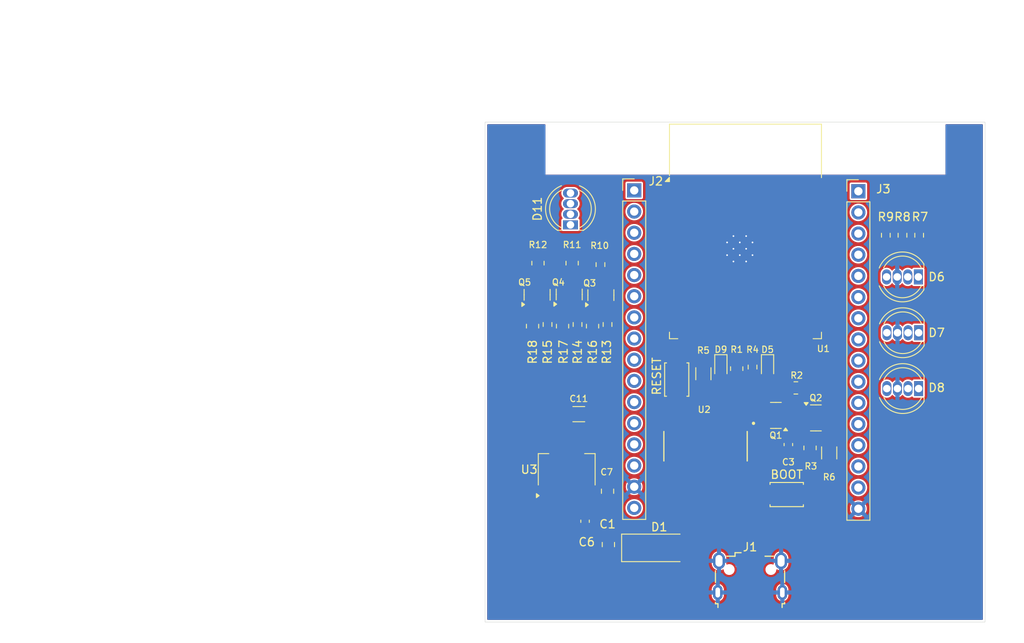
<source format=kicad_pcb>
(kicad_pcb (version 20241229) (generator "pcbnew") (generator_version "9.0")
  (layers (0 "F.Cu" signal) (2 "B.Cu" signal) (13 "F.Paste" user) (15 "B.Paste" user) (5 "F.SilkS" user "F.Silkscreen") (7 "B.SilkS" user "B.Silkscreen") (1 "F.Mask" user) (3 "B.Mask" user) (25 "Edge.Cuts" user))
  (net 0 "")
  (net 1 "GND")
  (net 2 "ESP_IO0")
  (net 3 "ESP_EN")
  (net 4 "+3V3")
  (net 5 "Net-(Q4-G)")
  (net 6 "Net-(Q3-G)")
  (net 7 "Net-(Q5-G)")
  (net 8 "Net-(D9-A)")
  (net 9 "Net-(D11-BK)")
  (net 10 "Net-(Q5-D)")
  (net 11 "Net-(Q4-D)")
  (net 12 "Net-(D11-GK)")
  (net 13 "RTS")
  (net 14 "Net-(Q2-B)")
  (net 15 "DTR")
  (net 16 "Net-(Q1-B)")
  (net 17 "Net-(D11-RK)")
  (net 18 "Net-(Q3-D)")
  (net 19 "ESP_IO23")
  (net 20 "ESP_IO25")
  (net 21 "ESP_IO22")
  (net 22 "ESP_IO2")
  (net 23 "Net-(D5-A)")
  (net 24 "ESP_IO21")
  (net 25 "RGB_BLUE")
  (net 26 "RGB_GREEN")
  (net 27 "ESP_IO19")
  (net 28 "ESP_IO18")
  (net 29 "RGB_RED")
  (net 32 "ESP_IO12")
  (net 33 "ESP_IO27")
  (net 34 "ESP_SVN")
  (net 36 "ESP_IO4")
  (net 38 "ESP_SVP")
  (net 40 "ESP_U0RX")
  (net 41 "ESP_IO26")
  (net 42 "ESP_IO5")
  (net 43 "ESP_U0TX")
  (net 44 "ESP_IO17")
  (net 45 "ESP_IO35")
  (net 46 "ESP_IO16")
  (net 47 "ESP_IO34")
  (net 48 "ESP_IO32")
  (net 49 "ESP_IO33")
  (net 50 "ESP_IO15")
  (net 53 "ESP_IO14")
  (net 54 "ESP_IO13")
  (net 55 "+5V")
  (net 56 "UD-")
  (net 57 "UD+")
  (net 58 "Net-(D1-A)")
  (footprint "Resistor_SMD:R_0805_2012Metric" (layer "F.Cu") (at 143.5 112.6 90)
    (property "Reference" "R3" (at -2.2 0.1 180) (layer "F.SilkS") (effects (font (size 0.762 0.762) (thickness 0.127) (bold yes))))
    (property "Value" "10k Ohm")
    (pad "1" smd roundrect (at -0.9125 0 90) (size 1.025 1.4) (layers "F.Cu" "F.Mask" "F.Paste") (roundrect_rratio 0.243902) (net 13 "RTS"))
    (pad "2" smd roundrect (at 0.9125 0 90) (size 1.025 1.4) (layers "F.Cu" "F.Mask" "F.Paste") (roundrect_rratio 0.243902) (net 14 "Net-(Q2-B)"))
  )
  (footprint "Capacitor_SMD:C_0805_2012Metric" (layer "F.Cu") (at 119.2 117.8 90)
    (property "Reference" "C7" (at 2.3 -0.1 180) (layer "F.SilkS") (effects (font (size 0.762 0.762) (thickness 0.127) (bold yes))))
    (property "Value" "10uF, 10v")
    (pad "1" smd roundrect (at -0.95 0 90) (size 1 1.45) (layers "F.Cu" "F.Mask" "F.Paste") (net 55 "+5V"))
    (pad "2" smd roundrect (at 0.95 0 90) (size 1 1.45) (layers "F.Cu" "F.Mask" "F.Paste") (net 1 "GND"))
  )
  (footprint "Resistor_SMD:R_0805_2012Metric" (layer "F.Cu") (at 141.8 105.4 180)
    (property "Reference" "R2" (at -0.1 1.5 0) (layer "F.SilkS") (effects (font (size 0.762 0.762) (thickness 0.127) (bold yes))))
    (property "Value" "10k Ohm")
    (pad "1" smd roundrect (at -0.9125 0 180) (size 1.025 1.4) (layers "F.Cu" "F.Mask" "F.Paste") (roundrect_rratio 0.243902) (net 15 "DTR"))
    (pad "2" smd roundrect (at 0.9125 0 180) (size 1.025 1.4) (layers "F.Cu" "F.Mask" "F.Paste") (roundrect_rratio 0.243902) (net 16 "Net-(Q1-B)"))
  )
  (footprint "LED_SMD:LED_0603_1608Metric" (layer "F.Cu") (at 138.4 102.9 -90)
    (property "Reference" "D5" (at -2.1 0 180) (layer "F.SilkS") (effects (font (size 0.762 0.762) (thickness 0.127) (bold yes))))
    (property "Value" "Blue LED")
    (pad "1" smd roundrect (at -0.7875 0 270) (size 0.875 0.95) (layers "F.Cu" "F.Mask" "F.Paste") (net 1 "GND"))
    (pad "2" smd roundrect (at 0.7875 0 270) (size 0.875 0.95) (layers "F.Cu" "F.Mask" "F.Paste") (net 23 "Net-(D5-A)"))
  )
  (footprint "Capacitor_SMD:C_1206_3216Metric" (layer "F.Cu") (at 115.75 108.55)
    (property "Reference" "C11" (at 0 -1.85 0) (layer "F.SilkS") (effects (font (size 0.762 0.762) (thickness 0.127) (bold yes))))
    (property "Value" "22uF, 6.3v+, tantlum")
    (pad "1" smd roundrect (at -1.475 0) (size 1.15 1.8) (layers "F.Cu" "F.Mask" "F.Paste") (roundrect_rratio 0.217391) (net 4 "+3V3"))
    (pad "2" smd roundrect (at 1.475 0) (size 1.15 1.8) (layers "F.Cu" "F.Mask" "F.Paste") (roundrect_rratio 0.217391) (net 1 "GND"))
  )
  (footprint "Capacitor_SMD:C_0805_2012Metric" (layer "F.Cu") (at 119.3 124.2 -90)
    (property "Reference" "C1" (at -2.45 0.1 180) (layer "F.SilkS"))
    (property "Value" "10uF/25V")
    (pad "1" smd roundrect (at -0.95 0 270) (size 1 1.45) (layers "F.Cu" "F.Mask" "F.Paste") (net 1 "GND"))
    (pad "2" smd roundrect (at 0.95 0 270) (size 1 1.45) (layers "F.Cu" "F.Mask" "F.Paste") (net 55 "+5V"))
  )
  (footprint "LED_THT:LED_D5.0mm-4_RGB" (layer "F.Cu") (at 114.75 85.8325 90)
    (property "Reference" "D11" (at 1.905 -3.96 90) (layer "F.SilkS"))
    (property "Value" "LED_BGAR")
    (pad "1" thru_hole rect (at 0 0 90) (size 1.07 1.8) (drill 0.9) (layers "*.Cu" "*.Mask") (net 9 "Net-(D11-BK)"))
    (pad "2" thru_hole oval (at 1.27 0 90) (size 1.07 1.8) (drill 0.9) (layers "*.Cu" "*.Mask") (net 12 "Net-(D11-GK)"))
    (pad "3" thru_hole oval (at 2.54 0 90) (size 1.07 1.8) (drill 0.9) (layers "*.Cu" "*.Mask") (net 55 "+5V"))
    (pad "4" thru_hole oval (at 3.81 0 90) (size 1.07 1.8) (drill 0.9) (layers "*.Cu" "*.Mask") (net 17 "Net-(D11-RK)"))
  )
  (footprint "RF_Module:ESP32-WROOM-32" (layer "F.Cu") (at 135.75 89.615)
    (property "Reference" "U1" (at 9.35 11.085 180) (layer "F.SilkS") (effects (font (size 0.762 0.762) (thickness 0.127) (bold yes))))
    (property "Value" "ESP32-WROOM-32")
    (pad "1" smd rect (at -8.75 -8.25) (size 1.5 0.9) (layers "F.Cu" "F.Mask" "F.Paste") (net 1 "GND"))
    (pad "2" smd rect (at -8.75 -6.98) (size 1.5 0.9) (layers "F.Cu" "F.Mask" "F.Paste") (net 4 "+3V3"))
    (pad "3" smd rect (at -8.75 -5.71) (size 1.5 0.9) (layers "F.Cu" "F.Mask" "F.Paste") (net 3 "ESP_EN"))
    (pad "4" smd rect (at -8.75 -4.44) (size 1.5 0.9) (layers "F.Cu" "F.Mask" "F.Paste") (net 38 "ESP_SVP"))
    (pad "5" smd rect (at -8.75 -3.17) (size 1.5 0.9) (layers "F.Cu" "F.Mask" "F.Paste") (net 34 "ESP_SVN"))
    (pad "6" smd rect (at -8.75 -1.9) (size 1.5 0.9) (layers "F.Cu" "F.Mask" "F.Paste") (net 47 "ESP_IO34"))
    (pad "7" smd rect (at -8.75 -0.63) (size 1.5 0.9) (layers "F.Cu" "F.Mask" "F.Paste") (net 45 "ESP_IO35"))
    (pad "8" smd rect (at -8.75 0.64) (size 1.5 0.9) (layers "F.Cu" "F.Mask" "F.Paste") (net 48 "ESP_IO32"))
    (pad "9" smd rect (at -8.75 1.91) (size 1.5 0.9) (layers "F.Cu" "F.Mask" "F.Paste") (net 49 "ESP_IO33"))
    (pad "10" smd rect (at -8.75 3.18) (size 1.5 0.9) (layers "F.Cu" "F.Mask" "F.Paste") (net 20 "ESP_IO25"))
    (pad "11" smd rect (at -8.75 4.45) (size 1.5 0.9) (layers "F.Cu" "F.Mask" "F.Paste") (net 41 "ESP_IO26"))
    (pad "12" smd rect (at -8.75 5.72) (size 1.5 0.9) (layers "F.Cu" "F.Mask" "F.Paste") (net 33 "ESP_IO27"))
    (pad "13" smd rect (at -8.75 6.99) (size 1.5 0.9) (layers "F.Cu" "F.Mask" "F.Paste") (net 53 "ESP_IO14"))
    (pad "14" smd rect (at -8.75 8.26) (size 1.5 0.9) (layers "F.Cu" "F.Mask" "F.Paste") (net 32 "ESP_IO12"))
    (pad "15" smd rect (at -5.71 9.51 90) (size 1.5 0.9) (layers "F.Cu" "F.Mask" "F.Paste") (net 1 "GND"))
    (pad "16" smd rect (at -4.44 9.51 90) (size 1.5 0.9) (layers "F.Cu" "F.Mask" "F.Paste") (net 54 "ESP_IO13"))
    (pad "17" smd rect (at -3.17 9.51 90) (size 1.5 0.9) (layers "F.Cu" "F.Mask" "F.Paste"))
    (pad "18" smd rect (at -1.9 9.51 90) (size 1.5 0.9) (layers "F.Cu" "F.Mask" "F.Paste"))
    (pad "19" smd rect (at -0.63 9.51 90) (size 1.5 0.9) (layers "F.Cu" "F.Mask" "F.Paste"))
    (pad "20" smd rect (at 0.64 9.51 90) (size 1.5 0.9) (layers "F.Cu" "F.Mask" "F.Paste"))
    (pad "21" smd rect (at 1.91 9.51 90) (size 1.5 0.9) (layers "F.Cu" "F.Mask" "F.Paste"))
    (pad "22" smd rect (at 3.18 9.51 90) (size 1.5 0.9) (layers "F.Cu" "F.Mask" "F.Paste"))
    (pad "23" smd rect (at 4.45 9.51 90) (size 1.5 0.9) (layers "F.Cu" "F.Mask" "F.Paste") (net 50 "ESP_IO15"))
    (pad "24" smd rect (at 5.72 9.51 90) (size 1.5 0.9) (layers "F.Cu" "F.Mask" "F.Paste") (net 22 "ESP_IO2"))
    (pad "25" smd rect (at 8.75 8.26) (size 1.5 0.9) (layers "F.Cu" "F.Mask" "F.Paste") (net 2 "ESP_IO0"))
    (pad "26" smd rect (at 8.75 6.99) (size 1.5 0.9) (layers "F.Cu" "F.Mask" "F.Paste") (net 36 "ESP_IO4"))
    (pad "27" smd rect (at 8.75 5.72) (size 1.5 0.9) (layers "F.Cu" "F.Mask" "F.Paste") (net 46 "ESP_IO16"))
    (pad "28" smd rect (at 8.75 4.45) (size 1.5 0.9) (layers "F.Cu" "F.Mask" "F.Paste") (net 44 "ESP_IO17"))
    (pad "29" smd rect (at 8.75 3.18) (size 1.5 0.9) (layers "F.Cu" "F.Mask" "F.Paste") (net 42 "ESP_IO5"))
    (pad "30" smd rect (at 8.75 1.91) (size 1.5 0.9) (layers "F.Cu" "F.Mask" "F.Paste") (net 28 "ESP_IO18"))
    (pad "31" smd rect (at 8.75 0.64) (size 1.5 0.9) (layers "F.Cu" "F.Mask" "F.Paste") (net 27 "ESP_IO19"))
    (pad "32" smd rect (at 8.75 -0.63) (size 1.5 0.9) (layers "F.Cu" "F.Mask" "F.Paste"))
    (pad "33" smd rect (at 8.75 -1.9) (size 1.5 0.9) (layers "F.Cu" "F.Mask" "F.Paste") (net 24 "ESP_IO21"))
    (pad "34" smd rect (at 8.75 -3.17) (size 1.5 0.9) (layers "F.Cu" "F.Mask" "F.Paste") (net 40 "ESP_U0RX"))
    (pad "35" smd rect (at 8.75 -4.44) (size 1.5 0.9) (layers "F.Cu" "F.Mask" "F.Paste") (net 43 "ESP_U0TX"))
    (pad "36" smd rect (at 8.75 -5.71) (size 1.5 0.9) (layers "F.Cu" "F.Mask" "F.Paste") (net 21 "ESP_IO22"))
    (pad "37" smd rect (at 8.75 -6.98) (size 1.5 0.9) (layers "F.Cu" "F.Mask" "F.Paste") (net 19 "ESP_IO23"))
    (pad "38" smd rect (at 8.75 -8.25) (size 1.5 0.9) (layers "F.Cu" "F.Mask" "F.Paste") (net 1 "GND"))
    (pad "39" smd rect (at -2.205 -2.435) (size 1.05 1.05) (layers "F.Cu" "F.Paste") (net 1 "GND"))
    (pad "39" thru_hole circle (at -2.205 -1.6725) (size 0.6 0.6) (drill 0.2) (property pad_prop_heatsink) (layers "*.Cu" "F.Mask") (net 1 "GND"))
    (pad "39" smd rect (at -2.205 -0.91) (size 1.05 1.05) (layers "F.Cu" "F.Paste") (net 1 "GND"))
    (pad "39" thru_hole circle (at -2.205 -0.1475) (size 0.6 0.6) (drill 0.2) (property pad_prop_heatsink) (layers "*.Cu" "F.Mask") (net 1 "GND"))
    (pad "39" smd rect (at -2.205 0.615) (size 1.05 1.05) (layers "F.Cu" "F.Paste") (net 1 "GND"))
    (pad "39" thru_hole circle (at -1.4425 -2.435) (size 0.6 0.6) (drill 0.2) (property pad_prop_heatsink) (layers "*.Cu" "F.Mask") (net 1 "GND"))
    (pad "39" thru_hole circle (at -1.4425 -0.91) (size 0.6 0.6) (drill 0.2) (property pad_prop_heatsink) (layers "*.Cu" "F.Mask") (net 1 "GND"))
    (pad "39" thru_hole circle (at -1.4425 0.615) (size 0.6 0.6) (drill 0.2) (property pad_prop_heatsink) (layers "*.Cu" "F.Mask") (net 1 "GND"))
    (pad "39" smd rect (at -0.68 -2.435) (size 1.05 1.05) (layers "F.Cu" "F.Paste") (net 1 "GND"))
    (pad "39" thru_hole circle (at -0.68 -1.6725) (size 0.6 0.6) (drill 0.2) (property pad_prop_heatsink) (layers "*.Cu" "F.Mask") (net 1 "GND"))
    (pad "39" smd rect (at -0.68 -0.91) (size 1.05 1.05) (layers "F.Cu" "F.Paste") (net 1 "GND"))
    (pad "39" smd rect (at -0.68 -0.91) (size 4.2 4.2) (property pad_prop_heatsink) (layers "F.Cu" "F.Mask") (net 1 "GND"))
    (pad "39" thru_hole circle (at -0.68 -0.1475) (size 0.6 0.6) (drill 0.2) (property pad_prop_heatsink) (layers "*.Cu" "F.Mask") (net 1 "GND"))
    (pad "39" smd rect (at -0.68 0.615) (size 1.05 1.05) (layers "F.Cu" "F.Paste") (net 1 "GND"))
    (pad "39" thru_hole circle (at 0.0825 -2.435) (size 0.6 0.6) (drill 0.2) (property pad_prop_heatsink) (layers "*.Cu" "F.Mask") (net 1 "GND"))
    (pad "39" thru_hole circle (at 0.0825 -0.91) (size 0.6 0.6) (drill 0.2) (property pad_prop_heatsink) (layers "*.Cu" "F.Mask") (net 1 "GND"))
    (pad "39" thru_hole circle (at 0.0825 0.615) (size 0.6 0.6) (drill 0.2) (property pad_prop_heatsink) (layers "*.Cu" "F.Mask") (net 1 "GND"))
    (pad "39" smd rect (at 0.845 -2.435) (size 1.05 1.05) (layers "F.Cu" "F.Paste") (net 1 "GND"))
    (pad "39" thru_hole circle (at 0.845 -1.6725) (size 0.6 0.6) (drill 0.2) (property pad_prop_heatsink) (layers "*.Cu" "F.Mask") (net 1 "GND"))
    (pad "39" smd rect (at 0.845 -0.91) (size 1.05 1.05) (layers "F.Cu" "F.Paste") (net 1 "GND"))
    (pad "39" thru_hole circle (at 0.845 -0.1475) (size 0.6 0.6) (drill 0.2) (property pad_prop_heatsink) (layers "*.Cu" "F.Mask") (net 1 "GND"))
    (pad "39" smd rect (at 0.845 0.615) (size 1.05 1.05) (layers "F.Cu" "F.Paste") (net 1 "GND"))
    (zone (net 0) (net_name "") (layers "F.Cu" "B.Cu") (connect_pads (clearance 0)) (min_thickness 0.254)
      (keepout (tracks not_allowed) (vias not_allowed) (pads not_allowed) (copperpour not_allowed) (footprints not_allowed))
      (fill (thermal_gap 0.508) (thermal_bridge_width 0.508))
      (polygon (pts (xy 111.75 79.815) (xy 159.75 79.815) (xy 159.75 58.875) (xy 111.75 58.875)))
    )
  )
  (footprint "Resistor_SMD:R_0603_1608Metric" (layer "F.Cu") (at 154.595 87.08 -90)
    (property "Reference" "R8" (at -2.2 0 180) (layer "F.SilkS"))
    (property "Value" "220 Ohm, 1/4 Watt")
    (pad "1" smd roundrect (at -0.825 0 270) (size 0.8 0.95) (layers "F.Cu" "F.Mask" "F.Paste") (net 27 "ESP_IO19"))
    (pad "2" smd roundrect (at 0.825 0 270) (size 0.8 0.95) (layers "F.Cu" "F.Mask" "F.Paste") (net 26 "RGB_GREEN"))
  )
  (footprint "Resistor_SMD:R_0805_2012Metric" (layer "F.Cu") (at 110.85 90.4275 90)
    (property "Reference" "R12" (at 2.2 0 180) (layer "F.SilkS") (effects (font (size 0.762 0.762) (thickness 0.127) (bold yes))))
    (property "Value" "130 Ohm")
    (pad "1" smd roundrect (at -0.9125 0 90) (size 1.025 1.4) (layers "F.Cu" "F.Mask" "F.Paste") (roundrect_rratio 0.243902) (net 10 "Net-(Q5-D)"))
    (pad "2" smd roundrect (at 0.9125 0 90) (size 1.025 1.4) (layers "F.Cu" "F.Mask" "F.Paste") (roundrect_rratio 0.243902) (net 9 "Net-(D11-BK)"))
  )
  (footprint "Resistor_SMD:R_0603_1608Metric" (layer "F.Cu") (at 119.2 97.79 -90)
    (property "Reference" "R13" (at 3.3 0.1 90) (layer "F.SilkS"))
    (property "Value" "220 Ohm")
    (pad "1" smd roundrect (at -0.825 0 270) (size 0.8 0.95) (layers "F.Cu" "F.Mask" "F.Paste") (net 6 "Net-(Q3-G)"))
    (pad "2" smd roundrect (at 0.825 0 270) (size 0.8 0.95) (layers "F.Cu" "F.Mask" "F.Paste") (net 20 "ESP_IO25"))
  )
  (footprint "LED_SMD:LED_0603_1608Metric" (layer "F.Cu") (at 132.8 102.9 -90)
    (property "Reference" "D9" (at -2.1125 0 180) (layer "F.SilkS") (effects (font (size 0.762 0.762) (thickness 0.127) (bold yes))))
    (property "Value" "Red Power LED")
    (pad "1" smd roundrect (at -0.7875 0 270) (size 0.875 0.95) (layers "F.Cu" "F.Mask" "F.Paste") (net 1 "GND"))
    (pad "2" smd roundrect (at 0.7875 0 270) (size 0.875 0.95) (layers "F.Cu" "F.Mask" "F.Paste") (net 8 "Net-(D9-A)"))
  )
  (footprint "Resistor_SMD:R_0805_2012Metric" (layer "F.Cu") (at 113.8 97.99 -90)
    (property "Reference" "R17" (at 3.1 -0.1 90) (layer "F.SilkS"))
    (property "Value" "10k Ohm")
    (pad "1" smd roundrect (at -0.9125 0 270) (size 1.025 1.4) (layers "F.Cu" "F.Mask" "F.Paste") (roundrect_rratio 0.243902) (net 5 "Net-(Q4-G)"))
    (pad "2" smd roundrect (at 0.9125 0 270) (size 1.025 1.4) (layers "F.Cu" "F.Mask" "F.Paste") (roundrect_rratio 0.243902) (net 1 "GND"))
  )
  (footprint "Capacitor_SMD:C_0603_1608Metric" (layer "F.Cu") (at 140.9 112.2 -90)
    (property "Reference" "C3" (at 2.1 0 180) (layer "F.SilkS") (effects (font (size 0.762 0.762) (thickness 0.127) (bold yes))))
    (property "Value" "0.1uF")
    (pad "1" smd roundrect (at -0.775 0 270) (size 0.9 0.95) (layers "F.Cu" "F.Mask" "F.Paste") (net 3 "ESP_EN"))
    (pad "2" smd roundrect (at 0.775 0 270) (size 0.9 0.95) (layers "F.Cu" "F.Mask" "F.Paste") (net 1 "GND"))
  )
  (footprint "Capacitor_SMD:C_0603_1608Metric" (layer "F.Cu") (at 116.5 121.4 -90)
    (property "Reference" "C6" (at 2.5 -0.2 180) (layer "F.SilkS"))
    (property "Value" "0.1uF, 10v")
    (pad "1" smd roundrect (at -0.775 0 270) (size 0.9 0.95) (layers "F.Cu" "F.Mask" "F.Paste") (net 55 "+5V"))
    (pad "2" smd roundrect (at 0.775 0 270) (size 0.9 0.95) (layers "F.Cu" "F.Mask" "F.Paste") (net 1 "GND"))
  )
  (footprint "Resistor_SMD:R_0603_1608Metric" (layer "F.Cu") (at 156.595 87.08 -90)
    (property "Reference" "R7" (at -2.2 -0.1 180) (layer "F.SilkS"))
    (property "Value" "220 Ohm, 1/4 Watt")
    (pad "1" smd roundrect (at -0.825 0 270) (size 0.8 0.95) (layers "F.Cu" "F.Mask" "F.Paste") (net 24 "ESP_IO21"))
    (pad "2" smd roundrect (at 0.825 0 270) (size 0.8 0.95) (layers "F.Cu" "F.Mask" "F.Paste") (net 25 "RGB_BLUE"))
  )
  (footprint "LED_THT:LED_D5.0mm-4_RGB" (layer "F.Cu") (at 156.535 98.78 180)
    (property "Reference" "D7" (at -2.16 0 180) (layer "F.SilkS"))
    (property "Value" "LED_BGKR")
    (pad "1" thru_hole rect (at 0 0 180) (size 1.07 1.8) (drill 0.9) (layers "*.Cu" "*.Mask") (net 25 "RGB_BLUE"))
    (pad "2" thru_hole oval (at 1.27 0 180) (size 1.07 1.8) (drill 0.9) (layers "*.Cu" "*.Mask") (net 26 "RGB_GREEN"))
    (pad "3" thru_hole oval (at 2.54 0 180) (size 1.07 1.8) (drill 0.9) (layers "*.Cu" "*.Mask") (net 1 "GND"))
    (pad "4" thru_hole oval (at 3.81 0 180) (size 1.07 1.8) (drill 0.9) (layers "*.Cu" "*.Mask") (net 29 "RGB_RED"))
  )
  (footprint "Package_TO_SOT_SMD:SOT-23" (layer "F.Cu") (at 144.2 109)
    (property "Reference" "Q2" (at 0 -2.4 0) (layer "F.SilkS") (effects (font (size 0.762 0.762) (thickness 0.127) (bold yes))))
    (property "Value" "S8050")
    (pad "1" smd roundrect (at -0.9375 -0.95) (size 1.475 0.6) (layers "F.Cu" "F.Mask" "F.Paste") (net 15 "DTR"))
    (pad "2" smd roundrect (at -0.9375 0.95) (size 1.475 0.6) (layers "F.Cu" "F.Mask" "F.Paste") (net 14 "Net-(Q2-B)"))
    (pad "3" smd roundrect (at 0.9375 0) (size 1.475 0.6) (layers "F.Cu" "F.Mask" "F.Paste") (net 2 "ESP_IO0"))
  )
  (footprint "LED_THT:LED_D5.0mm-4_RGB" (layer "F.Cu") (at 156.53 105.48 180)
    (property "Reference" "D8" (at -2.165 0.1 180) (layer "F.SilkS"))
    (property "Value" "LED_BGKR")
    (pad "1" thru_hole rect (at 0 0 180) (size 1.07 1.8) (drill 0.9) (layers "*.Cu" "*.Mask") (net 25 "RGB_BLUE"))
    (pad "2" thru_hole oval (at 1.27 0 180) (size 1.07 1.8) (drill 0.9) (layers "*.Cu" "*.Mask") (net 26 "RGB_GREEN"))
    (pad "3" thru_hole oval (at 2.54 0 180) (size 1.07 1.8) (drill 0.9) (layers "*.Cu" "*.Mask") (net 1 "GND"))
    (pad "4" thru_hole oval (at 3.81 0 180) (size 1.07 1.8) (drill 0.9) (layers "*.Cu" "*.Mask") (net 29 "RGB_RED"))
  )
  (footprint "Resistor_SMD:R_0805_2012Metric" (layer "F.Cu") (at 114.95 90.4275 -90)
    (property "Reference" "R11" (at -2.2 0 180) (layer "F.SilkS") (effects (font (size 0.762 0.762) (thickness 0.127) (bold yes))))
    (property "Value" "130 Ohm")
    (pad "1" smd roundrect (at -0.9125 0 270) (size 1.025 1.4) (layers "F.Cu" "F.Mask" "F.Paste") (roundrect_rratio 0.243902) (net 11 "Net-(Q4-D)"))
    (pad "2" smd roundrect (at 0.9125 0 270) (size 1.025 1.4) (layers "F.Cu" "F.Mask" "F.Paste") (roundrect_rratio 0.243902) (net 12 "Net-(D11-GK)"))
  )
  (footprint "Resistor_SMD:R_0603_1608Metric" (layer "F.Cu") (at 112 97.79 -90)
    (property "Reference" "R15" (at 3.3 0 90) (layer "F.SilkS"))
    (property "Value" "220 Ohm")
    (pad "1" smd roundrect (at -0.825 0 270) (size 0.8 0.95) (layers "F.Cu" "F.Mask" "F.Paste") (net 7 "Net-(Q5-G)"))
    (pad "2" smd roundrect (at 0.825 0 270) (size 0.8 0.95) (layers "F.Cu" "F.Mask" "F.Paste") (net 33 "ESP_IO27"))
  )
  (footprint "Resistor_SMD:R_0805_2012Metric" (layer "F.Cu") (at 117.4 97.99 -90)
    (property "Reference" "R16" (at 3.1 0 90) (layer "F.SilkS"))
    (property "Value" "10k Ohm")
    (pad "1" smd roundrect (at -0.9125 0 270) (size 1.025 1.4) (layers "F.Cu" "F.Mask" "F.Paste") (roundrect_rratio 0.243902) (net 6 "Net-(Q3-G)"))
    (pad "2" smd roundrect (at 0.9125 0 270) (size 1.025 1.4) (layers "F.Cu" "F.Mask" "F.Paste") (roundrect_rratio 0.243902) (net 1 "GND"))
  )
  (footprint "CH340C:CH340C" (layer "F.Cu") (at 130.96 112.4 -90)
    (property "Reference" "U2" (at -4.4 0.16 180) (layer "F.SilkS") (effects (font (size 0.762 0.762) (thickness 0.127) (bold yes))))
    (property "Value" "CH340C")
    (pad "1" smd roundrect (at -2.75 -4.445 270) (size 1.31 0.62) (layers "F.Cu" "F.Mask" "F.Paste") (roundrect_rratio 0.125) (net 1 "GND"))
    (pad "2" smd roundrect (at -2.75 -3.175 270) (size 1.31 0.62) (layers "F.Cu" "F.Mask" "F.Paste") (roundrect_rratio 0.125) (net 40 "ESP_U0RX"))
    (pad "3" smd roundrect (at -2.75 -1.905 270) (size 1.31 0.62) (layers "F.Cu" "F.Mask" "F.Paste") (roundrect_rratio 0.125) (net 43 "ESP_U0TX"))
    (pad "4" smd roundrect (at -2.75 -0.635 270) (size 1.31 0.62) (layers "F.Cu" "F.Mask" "F.Paste") (roundrect_rratio 0.125) (net 4 "+3V3"))
    (pad "5" smd roundrect (at -2.75 0.635 270) (size 1.31 0.62) (layers "F.Cu" "F.Mask" "F.Paste") (roundrect_rratio 0.125) (net 57 "UD+"))
    (pad "6" smd roundrect (at -2.75 1.905 270) (size 1.31 0.62) (layers "F.Cu" "F.Mask" "F.Paste") (roundrect_rratio 0.125) (net 56 "UD-"))
    (pad "7" smd roundrect (at -2.75 3.175 270) (size 1.31 0.62) (layers "F.Cu" "F.Mask" "F.Paste") (roundrect_rratio 0.125))
    (pad "8" smd roundrect (at -2.75 4.445 270) (size 1.31 0.62) (layers "F.Cu" "F.Mask" "F.Paste") (roundrect_rratio 0.125))
    (pad "9" smd roundrect (at 2.75 4.445 270) (size 1.31 0.62) (layers "F.Cu" "F.Mask" "F.Paste") (roundrect_rratio 0.125))
    (pad "10" smd roundrect (at 2.75 3.175 270) (size 1.31 0.62) (layers "F.Cu" "F.Mask" "F.Paste") (roundrect_rratio 0.125))
    (pad "11" smd roundrect (at 2.75 1.905 270) (size 1.31 0.62) (layers "F.Cu" "F.Mask" "F.Paste") (roundrect_rratio 0.125))
    (pad "12" smd roundrect (at 2.75 0.635 270) (size 1.31 0.62) (layers "F.Cu" "F.Mask" "F.Paste") (roundrect_rratio 0.125))
    (pad "13" smd roundrect (at 2.75 -0.635 270) (size 1.31 0.62) (layers "F.Cu" "F.Mask" "F.Paste") (roundrect_rratio 0.125) (net 15 "DTR"))
    (pad "14" smd roundrect (at 2.75 -1.905 270) (size 1.31 0.62) (layers "F.Cu" "F.Mask" "F.Paste") (roundrect_rratio 0.125) (net 13 "RTS"))
    (pad "15" smd roundrect (at 2.75 -3.175 270) (size 1.31 0.62) (layers "F.Cu" "F.Mask" "F.Paste") (roundrect_rratio 0.125))
    (pad "16" smd roundrect (at 2.75 -4.445 270) (size 1.31 0.62) (layers "F.Cu" "F.Mask" "F.Paste") (roundrect_rratio 0.125) (net 4 "+3V3"))
  )
  (footprint "Connector_PinHeader_2.54mm:PinHeader_1x16_P2.54mm_Vertical" (layer "F.Cu") (at 149.3 81.8)
    (property "Reference" "J3" (at 3 -0.26 0) (layer "F.SilkS"))
    (property "Value" "Conn_01x16_Pin")
    (pad "1" thru_hole rect (at 0 0) (size 1.7 1.7) (drill 1) (layers "*.Cu" "*.Mask") (net 19 "ESP_IO23"))
    (pad "2" thru_hole circle (at 0 2.54) (size 1.7 1.7) (drill 1) (layers "*.Cu" "*.Mask") (net 21 "ESP_IO22"))
    (pad "3" thru_hole circle (at 0 5.08) (size 1.7 1.7) (drill 1) (layers "*.Cu" "*.Mask") (net 43 "ESP_U0TX"))
    (pad "4" thru_hole circle (at 0 7.62) (size 1.7 1.7) (drill 1) (layers "*.Cu" "*.Mask") (net 40 "ESP_U0RX"))
    (pad "5" thru_hole circle (at 0 10.16) (size 1.7 1.7) (drill 1) (layers "*.Cu" "*.Mask") (net 24 "ESP_IO21"))
    (pad "6" thru_hole circle (at 0 12.7) (size 1.7 1.7) (drill 1) (layers "*.Cu" "*.Mask") (net 27 "ESP_IO19"))
    (pad "7" thru_hole circle (at 0 15.24) (size 1.7 1.7) (drill 1) (layers "*.Cu" "*.Mask") (net 28 "ESP_IO18"))
    (pad "8" thru_hole circle (at 0 17.78) (size 1.7 1.7) (drill 1) (layers "*.Cu" "*.Mask") (net 42 "ESP_IO5"))
    (pad "9" thru_hole circle (at 0 20.32) (size 1.7 1.7) (drill 1) (layers "*.Cu" "*.Mask") (net 44 "ESP_IO17"))
    (pad "10" thru_hole circle (at 0 22.86) (size 1.7 1.7) (drill 1) (layers "*.Cu" "*.Mask") (net 46 "ESP_IO16"))
    (pad "11" thru_hole circle (at 0 25.4) (size 1.7 1.7) (drill 1) (layers "*.Cu" "*.Mask") (net 36 "ESP_IO4"))
    (pad "12" thru_hole circle (at 0 27.94) (size 1.7 1.7) (drill 1) (layers "*.Cu" "*.Mask") (net 2 "ESP_IO0"))
    (pad "13" thru_hole circle (at 0 30.48) (size 1.7 1.7) (drill 1) (layers "*.Cu" "*.Mask") (net 22 "ESP_IO2"))
    (pad "14" thru_hole circle (at 0 33.02) (size 1.7 1.7) (drill 1) (layers "*.Cu" "*.Mask") (net 50 "ESP_IO15"))
    (pad "15" thru_hole circle (at 0 35.56) (size 1.7 1.7) (drill 1) (layers "*.Cu" "*.Mask") (net 4 "+3V3"))
    (pad "16" thru_hole circle (at 0 38.1) (size 1.7 1.7) (drill 1) (layers "*.Cu" "*.Mask") (net 1 "GND"))
  )
  (footprint "Diode_SMD:D_SMA_Handsoldering" (layer "F.Cu") (at 125.4 124.6)
    (property "Reference" "D1" (at 0 -2.5 0) (layer "F.SilkS"))
    (property "Value" "1N5819")
    (pad "1" smd roundrect (at -2.5 0) (size 3.5 1.8) (layers "F.Cu" "F.Mask" "F.Paste") (roundrect_rratio 0.1388888889) (net 55 "+5V"))
    (pad "2" smd roundrect (at 2.5 0) (size 3.5 1.8) (layers "F.Cu" "F.Mask" "F.Paste") (roundrect_rratio 0.1388888889) (net 58 "Net-(D1-A)"))
  )
  (footprint "LED_THT:LED_D5.0mm-4_RGB" (layer "F.Cu") (at 156.5 92.08 180)
    (property "Reference" "D6" (at -2.195 0 180) (layer "F.SilkS"))
    (property "Value" "LED_BGKR")
    (pad "1" thru_hole rect (at 0 0 180) (size 1.07 1.8) (drill 0.9) (layers "*.Cu" "*.Mask") (net 25 "RGB_BLUE"))
    (pad "2" thru_hole oval (at 1.27 0 180) (size 1.07 1.8) (drill 0.9) (layers "*.Cu" "*.Mask") (net 26 "RGB_GREEN"))
    (pad "3" thru_hole oval (at 2.54 0 180) (size 1.07 1.8) (drill 0.9) (layers "*.Cu" "*.Mask") (net 1 "GND"))
    (pad "4" thru_hole oval (at 3.81 0 180) (size 1.07 1.8) (drill 0.9) (layers "*.Cu" "*.Mask") (net 29 "RGB_RED"))
  )
  (footprint "TS-1088-AR02016:SW_TS-1088-AR02016" (layer "F.Cu") (at 127.5 104.4 90)
    (property "Reference" "RESET" (at 0.4 -2.4 90) (layer "F.SilkS"))
    (property "Value" "SW_Push")
    (pad "1" smd rect (at -2.075 0 90) (size 1.35 1.8) (layers "F.Cu" "F.Mask" "F.Paste") (net 1 "GND"))
    (pad "2" smd rect (at 2.075 0 90) (size 1.35 1.8) (layers "F.Cu" "F.Mask" "F.Paste") (net 3 "ESP_EN"))
  )
  (footprint "Package_TO_SOT_SMD:SOT-23" (layer "F.Cu") (at 118.4 94.265 90)
    (property "Reference" "Q3" (at 1.4375 -1.35 180) (layer "F.SilkS") (effects (font (size 0.762 0.762) (thickness 0.127) (bold yes))))
    (property "Value" "BSS138")
    (pad "1" smd roundrect (at -0.9375 -0.95 90) (size 1.475 0.6) (layers "F.Cu" "F.Mask" "F.Paste") (net 6 "Net-(Q3-G)"))
    (pad "2" smd roundrect (at -0.9375 0.95 90) (size 1.475 0.6) (layers "F.Cu" "F.Mask" "F.Paste") (net 1 "GND"))
    (pad "3" smd roundrect (at 0.9375 0 90) (size 1.475 0.6) (layers "F.Cu" "F.Mask" "F.Paste") (net 18 "Net-(Q3-D)"))
  )
  (footprint "Resistor_SMD:R_0603_1608Metric" (layer "F.Cu") (at 118.35 90.6025 90)
    (property "Reference" "R10" (at 2.275 -0.1 180) (layer "F.SilkS") (effects (font (size 0.762 0.762) (thickness 0.127) (bold yes))))
    (property "Value" "220 Ohm, 1/4 Watt")
    (pad "1" smd roundrect (at -0.825 0 90) (size 0.8 0.95) (layers "F.Cu" "F.Mask" "F.Paste") (net 18 "Net-(Q3-D)"))
    (pad "2" smd roundrect (at 0.825 0 90) (size 0.8 0.95) (layers "F.Cu" "F.Mask" "F.Paste") (net 17 "Net-(D11-RK)"))
  )
  (footprint "Connector_PinHeader_2.54mm:PinHeader_1x16_P2.54mm_Vertical" (layer "F.Cu") (at 122.4 81.7)
    (property "Reference" "J2" (at 2.6 -1.1 0) (layer "F.SilkS"))
    (property "Value" "Conn_01x16_Pin")
    (pad "1" thru_hole rect (at 0 0) (size 1.7 1.7) (drill 1) (layers "*.Cu" "*.Mask") (net 3 "ESP_EN"))
    (pad "2" thru_hole circle (at 0 2.54) (size 1.7 1.7) (drill 1) (layers "*.Cu" "*.Mask") (net 38 "ESP_SVP"))
    (pad "3" thru_hole circle (at 0 5.08) (size 1.7 1.7) (drill 1) (layers "*.Cu" "*.Mask") (net 34 "ESP_SVN"))
    (pad "4" thru_hole circle (at 0 7.62) (size 1.7 1.7) (drill 1) (layers "*.Cu" "*.Mask") (net 47 "ESP_IO34"))
    (pad "5" thru_hole circle (at 0 10.16) (size 1.7 1.7) (drill 1) (layers "*.Cu" "*.Mask") (net 45 "ESP_IO35"))
    (pad "6" thru_hole circle (at 0 12.7) (size 1.7 1.7) (drill 1) (layers "*.Cu" "*.Mask") (net 48 "ESP_IO32"))
    (pad "7" thru_hole circle (at 0 15.24) (size 1.7 1.7) (drill 1) (layers "*.Cu" "*.Mask") (net 49 "ESP_IO33"))
    (pad "8" thru_hole circle (at 0 17.78) (size 1.7 1.7) (drill 1) (layers "*.Cu" "*.Mask") (net 20 "ESP_IO25"))
    (pad "9" thru_hole circle (at 0 20.32) (size 1.7 1.7) (drill 1) (layers "*.Cu" "*.Mask") (net 41 "ESP_IO26"))
    (pad "10" thru_hole circle (at 0 22.86) (size 1.7 1.7) (drill 1) (layers "*.Cu" "*.Mask") (net 33 "ESP_IO27"))
    (pad "11" thru_hole circle (at 0 25.4) (size 1.7 1.7) (drill 1) (layers "*.Cu" "*.Mask") (net 53 "ESP_IO14"))
    (pad "12" thru_hole circle (at 0 27.94) (size 1.7 1.7) (drill 1) (layers "*.Cu" "*.Mask") (net 32 "ESP_IO12"))
    (pad "13" thru_hole circle (at 0 30.48) (size 1.7 1.7) (drill 1) (layers "*.Cu" "*.Mask") (net 54 "ESP_IO13"))
    (pad "14" thru_hole circle (at 0 33.02) (size 1.7 1.7) (drill 1) (layers "*.Cu" "*.Mask") (net 4 "+3V3"))
    (pad "15" thru_hole circle (at 0 35.56) (size 1.7 1.7) (drill 1) (layers "*.Cu" "*.Mask") (net 1 "GND"))
    (pad "16" thru_hole circle (at 0 38.1) (size 1.7 1.7) (drill 1) (layers "*.Cu" "*.Mask") (net 55 "+5V"))
  )
  (footprint "Connector_USB:USB_Micro-B_Wuerth_629105150521" (layer "F.Cu") (at 136.3 128)
    (property "Reference" "J1" (at 0 -3.5 0) (layer "F.SilkS"))
    (property "Value" "USB_B_Micro")
    (pad "" np_thru_hole oval (at -2.5 -0.8) (size 0.8 0.8) (drill 0.8) (layers "*.Cu" "*.Mask"))
    (pad "" np_thru_hole oval (at 2.5 -0.8) (size 0.8 0.8) (drill 0.8) (layers "*.Cu" "*.Mask"))
    (pad "1" smd rect (at -1.3 -1.9) (size 0.45 1.3) (layers "F.Cu" "F.Mask" "F.Paste") (net 58 "Net-(D1-A)"))
    (pad "2" smd rect (at -0.65 -1.9) (size 0.45 1.3) (layers "F.Cu" "F.Mask" "F.Paste") (net 56 "UD-"))
    (pad "3" smd rect (at 0 -1.9) (size 0.45 1.3) (layers "F.Cu" "F.Mask" "F.Paste") (net 57 "UD+"))
    (pad "4" smd rect (at 0.65 -1.9) (size 0.45 1.3) (layers "F.Cu" "F.Mask" "F.Paste"))
    (pad "5" smd rect (at 1.3 -1.9) (size 0.45 1.3) (layers "F.Cu" "F.Mask" "F.Paste") (net 1 "GND"))
    (pad "6" thru_hole oval (at -3.875 1.95) (size 1.15 1.8) (drill oval 0.55 1.2) (property pad_prop_heatsink) (layers "*.Cu" "*.Mask") (net 1 "GND"))
    (pad "6" thru_hole oval (at -3.725 -1.85) (size 1.45 2) (drill oval 0.85 1.4) (property pad_prop_heatsink) (layers "*.Cu" "*.Mask") (net 1 "GND"))
    (pad "6" thru_hole oval (at 3.725 -1.85) (size 1.45 2) (drill oval 0.85 1.4) (property pad_prop_heatsink) (layers "*.Cu" "*.Mask") (net 1 "GND"))
    (pad "6" thru_hole oval (at 3.875 1.95) (size 1.15 1.8) (drill oval 0.55 1.2) (property pad_prop_heatsink) (layers "*.Cu" "*.Mask") (net 1 "GND"))
  )
  (footprint "Resistor_SMD:R_0603_1608Metric" (layer "F.Cu") (at 152.595 87.08 -90)
    (property "Reference" "R9" (at -2.2 0 0) (layer "F.SilkS"))
    (property "Value" "220 Ohm, 1/4 Watt")
    (pad "1" smd roundrect (at -0.825 0 270) (size 0.8 0.95) (layers "F.Cu" "F.Mask" "F.Paste") (net 28 "ESP_IO18"))
    (pad "2" smd roundrect (at 0.825 0 270) (size 0.8 0.95) (layers "F.Cu" "F.Mask" "F.Paste") (net 29 "RGB_RED"))
  )
  (footprint "Package_TO_SOT_SMD:SOT-23" (layer "F.Cu") (at 110.75 94.2275 90)
    (property "Reference" "Q5" (at 1.5 -1.5 180) (layer "F.SilkS") (effects (font (size 0.762 0.762) (thickness 0.127) (bold yes))))
    (property "Value" "BSS138")
    (pad "1" smd roundrect (at -0.9375 -0.95 90) (size 1.475 0.6) (layers "F.Cu" "F.Mask" "F.Paste") (net 7 "Net-(Q5-G)"))
    (pad "2" smd roundrect (at -0.9375 0.95 90) (size 1.475 0.6) (layers "F.Cu" "F.Mask" "F.Paste") (net 1 "GND"))
    (pad "3" smd roundrect (at 0.9375 0 90) (size 1.475 0.6) (layers "F.Cu" "F.Mask" "F.Paste") (net 10 "Net-(Q5-D)"))
  )
  (footprint "Package_TO_SOT_SMD:SOT-223-3_TabPin2" (layer "F.Cu") (at 114.3 115.2 90)
    (property "Reference" "U3" (at 0 -4.5 180) (layer "F.SilkS"))
    (property "Value" "AMS1117-3.3")
    (pad "1" smd roundrect (at -3.15 -2.3 90) (size 2 1.5) (layers "F.Cu" "F.Mask" "F.Paste") (net 1 "GND"))
    (pad "2" smd roundrect (at -3.15 0 90) (size 2 1.5) (layers "F.Cu" "F.Mask" "F.Paste") (net 4 "+3V3"))
    (pad "2" smd roundrect (at 3.15 0 90) (size 2 3.8) (layers "F.Cu" "F.Mask" "F.Paste") (net 4 "+3V3"))
    (pad "3" smd roundrect (at -3.15 2.3 90) (size 2 1.5) (layers "F.Cu" "F.Mask" "F.Paste") (net 55 "+5V"))
  )
  (footprint "Resistor_SMD:R_0805_2012Metric" (layer "F.Cu") (at 134.7 103.0875 90)
    (property "Reference" "R1" (at 2.3 0 180) (layer "F.SilkS") (effects (font (size 0.762 0.762) (thickness 0.127) (bold yes))))
    (property "Value" "2.2k Ohm")
    (pad "1" smd roundrect (at -0.9125 0 90) (size 1.025 1.4) (layers "F.Cu" "F.Mask" "F.Paste") (roundrect_rratio 0.243902) (net 8 "Net-(D9-A)"))
    (pad "2" smd roundrect (at 0.9125 0 90) (size 1.025 1.4) (layers "F.Cu" "F.Mask" "F.Paste") (roundrect_rratio 0.243902) (net 4 "+3V3"))
  )
  (footprint "Resistor_SMD:R_1206_3216Metric" (layer "F.Cu") (at 145.8 113.2 -90)
    (property "Reference" "R6" (at 2.9 0 180) (layer "F.SilkS") (effects (font (size 0.762 0.762) (thickness 0.127) (bold yes))))
    (property "Value" "10 Ohm")
    (pad "1" smd roundrect (at -1.4625 0 270) (size 1.125 1.75) (layers "F.Cu" "F.Mask" "F.Paste") (roundrect_rratio 0.222222) (net 2 "ESP_IO0"))
    (pad "2" smd roundrect (at 1.4625 0 270) (size 1.125 1.75) (layers "F.Cu" "F.Mask" "F.Paste") (roundrect_rratio 0.222222) (net 4 "+3V3"))
  )
  (footprint "Resistor_SMD:R_1206_3216Metric" (layer "F.Cu") (at 130.7 103.7 -90)
    (property "Reference" "R5" (at -2.8 0 0) (layer "F.SilkS") (effects (font (size 0.762 0.762) (thickness 0.127) (bold yes))))
    (property "Value" "10 Ohm")
    (pad "1" smd roundrect (at -1.4625 0 270) (size 1.125 1.75) (layers "F.Cu" "F.Mask" "F.Paste") (roundrect_rratio 0.222222) (net 3 "ESP_EN"))
    (pad "2" smd roundrect (at 1.4625 0 270) (size 1.125 1.75) (layers "F.Cu" "F.Mask" "F.Paste") (roundrect_rratio 0.222222) (net 4 "+3V3"))
  )
  (footprint "TS-1088-AR02016:SW_TS-1088-AR02016" (layer "F.Cu") (at 140.7 118.2)
    (property "Reference" "BOOT" (at 0 -2.4 0) (layer "F.SilkS"))
    (property "Value" "SW_Push")
    (pad "1" smd rect (at -2.075 0) (size 1.35 1.8) (layers "F.Cu" "F.Mask" "F.Paste") (net 1 "GND"))
    (pad "2" smd rect (at 2.075 0) (size 1.35 1.8) (layers "F.Cu" "F.Mask" "F.Paste") (net 2 "ESP_IO0"))
  )
  (footprint "Resistor_SMD:R_0805_2012Metric" (layer "F.Cu") (at 110.2 97.99 -90)
    (property "Reference" "R18" (at 3.1 0 90) (layer "F.SilkS"))
    (property "Value" "10k Ohm")
    (pad "1" smd roundrect (at -0.9125 0 270) (size 1.025 1.4) (layers "F.Cu" "F.Mask" "F.Paste") (roundrect_rratio 0.243902) (net 7 "Net-(Q5-G)"))
    (pad "2" smd roundrect (at 0.9125 0 270) (size 1.025 1.4) (layers "F.Cu" "F.Mask" "F.Paste") (roundrect_rratio 0.243902) (net 1 "GND"))
  )
  (footprint "Resistor_SMD:R_0603_1608Metric" (layer "F.Cu") (at 115.6 97.79 -90)
    (property "Reference" "R14" (at 3.3 0 90) (layer "F.SilkS"))
    (property "Value" "220 Ohm")
    (pad "1" smd roundrect (at -0.825 0 270) (size 0.8 0.95) (layers "F.Cu" "F.Mask" "F.Paste") (net 5 "Net-(Q4-G)"))
    (pad "2" smd roundrect (at 0.825 0 270) (size 0.8 0.95) (layers "F.Cu" "F.Mask" "F.Paste") (net 41 "ESP_IO26"))
  )
  (footprint "Package_TO_SOT_SMD:SOT-23" (layer "F.Cu") (at 114.6 94.19 90)
    (property "Reference" "Q4" (at 1.4625 -1.3 180) (layer "F.SilkS") (effects (font (size 0.762 0.762) (thickness 0.127) (bold yes))))
    (property "Value" "BSS138")
    (pad "1" smd roundrect (at -0.9375 -0.95 90) (size 1.475 0.6) (layers "F.Cu" "F.Mask" "F.Paste") (net 5 "Net-(Q4-G)"))
    (pad "2" smd roundrect (at -0.9375 0.95 90) (size 1.475 0.6) (layers "F.Cu" "F.Mask" "F.Paste") (net 1 "GND"))
    (pad "3" smd roundrect (at 0.9375 0 90) (size 1.475 0.6) (layers "F.Cu" "F.Mask" "F.Paste") (net 11 "Net-(Q4-D)"))
  )
  (footprint "Package_TO_SOT_SMD:SOT-23" (layer "F.Cu") (at 139.4 108.7 180)
    (property "Reference" "Q1" (at 0 -2.4 0) (layer "F.SilkS") (effects (font (size 0.762 0.762) (thickness 0.127) (bold yes))))
    (property "Value" "S8050")
    (pad "1" smd roundrect (at -0.9375 -0.95 180) (size 1.475 0.6) (layers "F.Cu" "F.Mask" "F.Paste") (net 3 "ESP_EN"))
    (pad "2" smd roundrect (at -0.9375 0.95 180) (size 1.475 0.6) (layers "F.Cu" "F.Mask" "F.Paste") (net 16 "Net-(Q1-B)"))
    (pad "3" smd roundrect (at 0.9375 0 180) (size 1.475 0.6) (layers "F.Cu" "F.Mask" "F.Paste") (net 13 "RTS"))
  )
  (footprint "Resistor_SMD:R_0603_1608Metric" (layer "F.Cu") (at 136.6 102.9 90)
    (property "Reference" "R4" (at 2.1 0 180) (layer "F.SilkS") (effects (font (size 0.762 0.762) (thickness 0.127) (bold yes))))
    (property "Value" "1k Ohm")
    (pad "1" smd roundrect (at -0.825 0 90) (size 0.8 0.95) (layers "F.Cu" "F.Mask" "F.Paste") (net 23 "Net-(D5-A)"))
    (pad "2" smd roundrect (at 0.825 0 90) (size 0.8 0.95) (layers "F.Cu" "F.Mask" "F.Paste") (net 22 "ESP_IO2"))
  )
  (gr_rect (start 104.5 73.5) (end 164.5 133.5) (stroke (width 0.05)) (fill no) (layer "Edge.Cuts"))
  (zone (net 1) (net_name "GND") (layers "F.Cu" "B.Cu") (connect_pads (clearance 0.1524)) (min_thickness 0.1524) (fill yes (thermal_gap 0.1524) (thermal_bridge_width 0.1524))
    (polygon (pts (xy 99.5 68.5) (xy 169.2 68.5) (xy 169.2 136) (xy 99.5 136)))
  )
  (zone (net 1) (net_name "GND") (layer "B.Cu") (priority 1) (connect_pads (clearance 0.5)) (min_thickness 0.25) (fill yes (thermal_gap 0.5) (thermal_bridge_width 0.5))
    (polygon (pts (xy 99.5 68.5) (xy 169.2 68.5) (xy 169.2 136) (xy 99.5 136)))
  )
)
</source>
